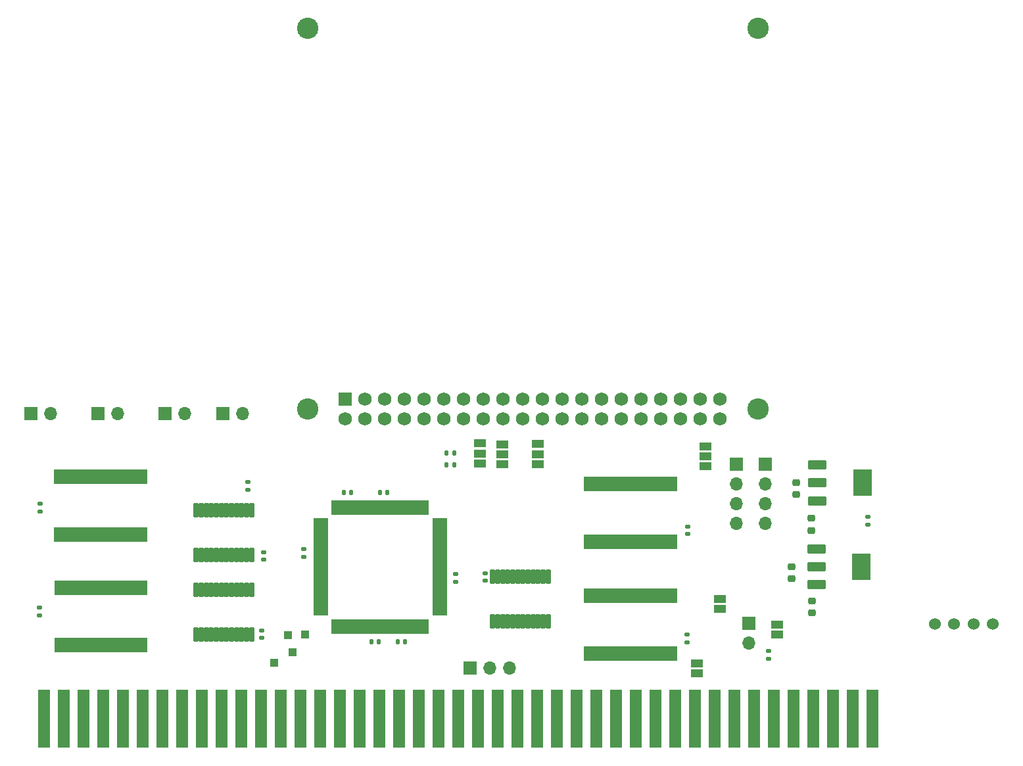
<source format=gbr>
%TF.GenerationSoftware,KiCad,Pcbnew,8.0.1*%
%TF.CreationDate,2024-05-25T23:06:58+03:00*%
%TF.ProjectId,PiStorm2k_v2.1,50695374-6f72-46d3-926b-5f76322e312e,rev?*%
%TF.SameCoordinates,Original*%
%TF.FileFunction,Soldermask,Top*%
%TF.FilePolarity,Negative*%
%FSLAX46Y46*%
G04 Gerber Fmt 4.6, Leading zero omitted, Abs format (unit mm)*
G04 Created by KiCad (PCBNEW 8.0.1) date 2024-05-25 23:06:58*
%MOMM*%
%LPD*%
G01*
G04 APERTURE LIST*
G04 Aperture macros list*
%AMRoundRect*
0 Rectangle with rounded corners*
0 $1 Rounding radius*
0 $2 $3 $4 $5 $6 $7 $8 $9 X,Y pos of 4 corners*
0 Add a 4 corners polygon primitive as box body*
4,1,4,$2,$3,$4,$5,$6,$7,$8,$9,$2,$3,0*
0 Add four circle primitives for the rounded corners*
1,1,$1+$1,$2,$3*
1,1,$1+$1,$4,$5*
1,1,$1+$1,$6,$7*
1,1,$1+$1,$8,$9*
0 Add four rect primitives between the rounded corners*
20,1,$1+$1,$2,$3,$4,$5,0*
20,1,$1+$1,$4,$5,$6,$7,0*
20,1,$1+$1,$6,$7,$8,$9,0*
20,1,$1+$1,$8,$9,$2,$3,0*%
G04 Aperture macros list end*
%ADD10R,1.500000X1.000000*%
%ADD11RoundRect,0.135000X-0.135000X-0.185000X0.135000X-0.185000X0.135000X0.185000X-0.135000X0.185000X0*%
%ADD12RoundRect,0.140000X0.170000X-0.140000X0.170000X0.140000X-0.170000X0.140000X-0.170000X-0.140000X0*%
%ADD13RoundRect,0.140000X-0.140000X-0.170000X0.140000X-0.170000X0.140000X0.170000X-0.140000X0.170000X0*%
%ADD14R,1.700000X1.700000*%
%ADD15O,1.700000X1.700000*%
%ADD16R,1.000000X1.000000*%
%ADD17RoundRect,0.140000X-0.170000X0.140000X-0.170000X-0.140000X0.170000X-0.140000X0.170000X0.140000X0*%
%ADD18RoundRect,0.019360X0.222640X-0.867640X0.222640X0.867640X-0.222640X0.867640X-0.222640X-0.867640X0*%
%ADD19RoundRect,0.140000X0.140000X0.170000X-0.140000X0.170000X-0.140000X-0.170000X0.140000X-0.170000X0*%
%ADD20R,1.600000X7.540000*%
%ADD21R,1.600000X7.539998*%
%ADD22R,1.599998X7.539998*%
%ADD23RoundRect,0.030700X0.276300X-0.856300X0.276300X0.856300X-0.276300X0.856300X-0.276300X-0.856300X0*%
%ADD24RoundRect,0.102000X-1.075000X0.475000X-1.075000X-0.475000X1.075000X-0.475000X1.075000X0.475000X0*%
%ADD25RoundRect,0.102000X-1.075000X1.625000X-1.075000X-1.625000X1.075000X-1.625000X1.075000X1.625000X0*%
%ADD26RoundRect,0.019360X0.862640X0.222640X-0.862640X0.222640X-0.862640X-0.222640X0.862640X-0.222640X0*%
%ADD27RoundRect,0.019360X-0.222640X0.862640X-0.222640X-0.862640X0.222640X-0.862640X0.222640X0.862640X0*%
%ADD28RoundRect,0.135000X-0.185000X0.135000X-0.185000X-0.135000X0.185000X-0.135000X0.185000X0.135000X0*%
%ADD29C,1.524000*%
%ADD30RoundRect,0.135000X0.185000X-0.135000X0.185000X0.135000X-0.185000X0.135000X-0.185000X-0.135000X0*%
%ADD31RoundRect,0.225000X0.250000X-0.225000X0.250000X0.225000X-0.250000X0.225000X-0.250000X-0.225000X0*%
%ADD32RoundRect,0.225000X-0.250000X0.225000X-0.250000X-0.225000X0.250000X-0.225000X0.250000X0.225000X0*%
%ADD33RoundRect,0.030700X-0.276300X0.856300X-0.276300X-0.856300X0.276300X-0.856300X0.276300X0.856300X0*%
%ADD34C,2.750000*%
%ADD35R,1.750000X1.750000*%
%ADD36C,1.750000*%
G04 APERTURE END LIST*
D10*
%TO.C,TCK*%
X168940000Y-98940000D03*
X168940000Y-100240000D03*
X168940000Y-101540000D03*
%TD*%
D11*
%TO.C,R1*%
X135616300Y-99797540D03*
X136636300Y-99797540D03*
%TD*%
D12*
%TO.C,C13*%
X140568290Y-116242040D03*
X140568290Y-115282040D03*
%TD*%
D13*
%TO.C,C8*%
X129310000Y-124130000D03*
X130270000Y-124130000D03*
%TD*%
D14*
%TO.C,IPL2-0*%
X138620000Y-127520000D03*
D15*
X141160000Y-127520000D03*
X143700000Y-127520000D03*
%TD*%
D10*
%TO.C,TDI*%
X139892500Y-98590000D03*
X139892500Y-99890000D03*
X139892500Y-101190000D03*
%TD*%
D16*
%TO.C,P83*%
X113380000Y-126860000D03*
%TD*%
D13*
%TO.C,C10*%
X127008290Y-104922040D03*
X127968290Y-104922040D03*
%TD*%
D12*
%TO.C,C9*%
X136778290Y-116392040D03*
X136778290Y-115432040D03*
%TD*%
D16*
%TO.C,P82*%
X115810000Y-125450000D03*
%TD*%
D14*
%TO.C,PWR*%
X176630000Y-101290000D03*
D15*
X176630000Y-103830000D03*
X176630000Y-106370000D03*
X176630000Y-108910000D03*
%TD*%
D12*
%TO.C,C4*%
X111820520Y-123616610D03*
X111820520Y-122656610D03*
%TD*%
D17*
%TO.C,C15*%
X166658290Y-109282040D03*
X166658290Y-110242040D03*
%TD*%
D18*
%TO.C,U5*%
X153558290Y-111262040D03*
X154058290Y-111262040D03*
X154558290Y-111262040D03*
X155058290Y-111262040D03*
X155558290Y-111262040D03*
X156058290Y-111262040D03*
X156558290Y-111262040D03*
X157058290Y-111262040D03*
X157558290Y-111262040D03*
X158058290Y-111262040D03*
X158558290Y-111262040D03*
X159058290Y-111262040D03*
X159558290Y-111262040D03*
X160058290Y-111262040D03*
X160558290Y-111262040D03*
X161058290Y-111262040D03*
X161558290Y-111262040D03*
X162058290Y-111262040D03*
X162558290Y-111262040D03*
X163058290Y-111262040D03*
X163558290Y-111262040D03*
X164058290Y-111262040D03*
X164558290Y-111262040D03*
X165058290Y-111262040D03*
X165058290Y-103822040D03*
X164558290Y-103822040D03*
X164058290Y-103822040D03*
X163558290Y-103822040D03*
X163058290Y-103822040D03*
X162558290Y-103822040D03*
X162058290Y-103822040D03*
X161558290Y-103822040D03*
X161058290Y-103822040D03*
X160558290Y-103822040D03*
X160058290Y-103822040D03*
X159558290Y-103822040D03*
X159058290Y-103822040D03*
X158558290Y-103822040D03*
X158058290Y-103822040D03*
X157558290Y-103822040D03*
X157058290Y-103822040D03*
X156558290Y-103822040D03*
X156058290Y-103822040D03*
X155558290Y-103822040D03*
X155058290Y-103822040D03*
X154558290Y-103822040D03*
X154058290Y-103822040D03*
X153558290Y-103822040D03*
%TD*%
D19*
%TO.C,C11*%
X123328290Y-104892040D03*
X122368290Y-104892040D03*
%TD*%
D10*
%TO.C,TDO*%
X147360000Y-98670000D03*
X147360000Y-99970000D03*
X147360000Y-101270000D03*
%TD*%
D16*
%TO.C,P81*%
X117380000Y-123220000D03*
%TD*%
D10*
%TO.C,BOSS*%
X178210000Y-123190000D03*
X178210000Y-121890000D03*
%TD*%
D14*
%TO.C,JTAG*%
X172930000Y-101310000D03*
D15*
X172930000Y-103850000D03*
X172930000Y-106390000D03*
X172930000Y-108930000D03*
%TD*%
D17*
%TO.C,C3*%
X112064660Y-112595010D03*
X112064660Y-113555010D03*
%TD*%
D12*
%TO.C,C2*%
X83188290Y-120722040D03*
X83188290Y-119762040D03*
%TD*%
D17*
%TO.C,C14*%
X166598290Y-123222040D03*
X166598290Y-124182040D03*
%TD*%
D14*
%TO.C,H2*%
X90750000Y-94730000D03*
D15*
X93290000Y-94730000D03*
%TD*%
D14*
%TO.C,H4*%
X106800000Y-94720000D03*
D15*
X109340000Y-94720000D03*
%TD*%
D20*
%TO.C,Zorro II / A(B) Co-Processor*%
X190500000Y-134010001D03*
X187960000Y-134010001D03*
X185420000Y-134010001D03*
X182880000Y-134010001D03*
X180340000Y-134010001D03*
X177800000Y-134010001D03*
X175260000Y-134010001D03*
X172720000Y-134010001D03*
X170180000Y-134010001D03*
D21*
X167640000Y-134010000D03*
D20*
X165100000Y-134010001D03*
D21*
X162560000Y-134010000D03*
D20*
X160020000Y-134010001D03*
X157480000Y-134010001D03*
X154940000Y-134010001D03*
X152400000Y-134010001D03*
D21*
X149860000Y-134010000D03*
D20*
X147320000Y-134010001D03*
X144780000Y-134010001D03*
D21*
X142240000Y-134010000D03*
X139700000Y-134010000D03*
D20*
X137160000Y-134010001D03*
X134620000Y-134010001D03*
D21*
X132080000Y-134010000D03*
D20*
X129540000Y-134010001D03*
X127000000Y-134010001D03*
D22*
X124460001Y-134010000D03*
X121920001Y-134010000D03*
D20*
X119380000Y-134010001D03*
X116840000Y-134010001D03*
X114300000Y-134010001D03*
D22*
X111760001Y-134010000D03*
D20*
X109220000Y-134010001D03*
X106680000Y-134010001D03*
X104140000Y-134010001D03*
X101600000Y-134010001D03*
X99060000Y-134010001D03*
X96520000Y-134010001D03*
X93980000Y-134010001D03*
X91440000Y-134010001D03*
D22*
X88900001Y-134010000D03*
D20*
X86360000Y-134010001D03*
X83820000Y-134010001D03*
%TD*%
D23*
%TO.C,U6*%
X141558290Y-121472040D03*
X142208290Y-121472040D03*
X142858290Y-121472040D03*
X143508290Y-121472040D03*
X144158290Y-121472040D03*
X144808290Y-121472040D03*
X145458290Y-121472040D03*
X146108290Y-121472040D03*
X146758290Y-121472040D03*
X147408290Y-121472040D03*
X148058290Y-121472040D03*
X148708290Y-121472040D03*
X148708290Y-115732040D03*
X148058290Y-115732040D03*
X147408290Y-115732040D03*
X146758290Y-115732040D03*
X146108290Y-115732040D03*
X145458290Y-115732040D03*
X144808290Y-115732040D03*
X144158290Y-115732040D03*
X143508290Y-115732040D03*
X142858290Y-115732040D03*
X142208290Y-115732040D03*
X141558290Y-115732040D03*
%TD*%
D24*
%TO.C,U11*%
X183378290Y-101372040D03*
X183378290Y-103672040D03*
X183378290Y-105972040D03*
D25*
X189178290Y-103672040D03*
%TD*%
D14*
%TO.C,H3*%
X99400000Y-94730000D03*
D15*
X101940000Y-94730000D03*
%TD*%
D11*
%TO.C,R2*%
X135626300Y-101387540D03*
X136646300Y-101387540D03*
%TD*%
D26*
%TO.C,U7*%
X134758290Y-120502040D03*
X134758290Y-120002040D03*
X134758290Y-119502040D03*
X134758290Y-119002040D03*
X134758290Y-118502040D03*
X134758290Y-118002040D03*
X134758290Y-117502040D03*
X134758290Y-117002040D03*
X134758290Y-116502040D03*
X134758290Y-116002040D03*
X134758290Y-115502040D03*
X134758290Y-115002040D03*
X134758290Y-114502040D03*
X134758290Y-114002040D03*
X134758290Y-113502040D03*
X134758290Y-113002040D03*
X134758290Y-112502040D03*
X134758290Y-112002040D03*
X134758290Y-111502040D03*
X134758290Y-111002040D03*
X134758290Y-110502040D03*
X134758290Y-110002040D03*
X134758290Y-109502040D03*
X134758290Y-109002040D03*
X134758290Y-108502040D03*
D27*
X133078290Y-106822040D03*
X132578290Y-106822040D03*
X132078290Y-106822040D03*
X131578290Y-106822040D03*
X131078290Y-106822040D03*
X130578290Y-106822040D03*
X130078290Y-106822040D03*
X129578290Y-106822040D03*
X129078290Y-106822040D03*
X128578290Y-106822040D03*
X128078290Y-106822040D03*
X127578290Y-106822040D03*
X127078290Y-106822040D03*
X126578290Y-106822040D03*
X126078290Y-106822040D03*
X125578290Y-106822040D03*
X125078290Y-106822040D03*
X124578290Y-106822040D03*
X124078290Y-106822040D03*
X123578290Y-106822040D03*
X123078290Y-106822040D03*
X122578290Y-106822040D03*
X122078290Y-106822040D03*
X121578290Y-106822040D03*
X121078290Y-106822040D03*
D26*
X119398290Y-108502040D03*
X119398290Y-109002040D03*
X119398290Y-109502040D03*
X119398290Y-110002040D03*
X119398290Y-110502040D03*
X119398290Y-111002040D03*
X119398290Y-111502040D03*
X119398290Y-112002040D03*
X119398290Y-112502040D03*
X119398290Y-113002040D03*
X119398290Y-113502040D03*
X119398290Y-114002040D03*
X119398290Y-114502040D03*
X119398290Y-115002040D03*
X119398290Y-115502040D03*
X119398290Y-116002040D03*
X119398290Y-116502040D03*
X119398290Y-117002040D03*
X119398290Y-117502040D03*
X119398290Y-118002040D03*
X119398290Y-118502040D03*
X119398290Y-119002040D03*
X119398290Y-119502040D03*
X119398290Y-120002040D03*
X119398290Y-120502040D03*
D27*
X121078290Y-122182040D03*
X121578290Y-122182040D03*
X122078290Y-122182040D03*
X122578290Y-122182040D03*
X123078290Y-122182040D03*
X123578290Y-122182040D03*
X124078290Y-122182040D03*
X124578290Y-122182040D03*
X125078290Y-122182040D03*
X125578290Y-122182040D03*
X126078290Y-122182040D03*
X126578290Y-122182040D03*
X127078290Y-122182040D03*
X127578290Y-122182040D03*
X128078290Y-122182040D03*
X128578290Y-122182040D03*
X129078290Y-122182040D03*
X129578290Y-122182040D03*
X130078290Y-122182040D03*
X130578290Y-122182040D03*
X131078290Y-122182040D03*
X131578290Y-122182040D03*
X132078290Y-122182040D03*
X132578290Y-122182040D03*
X133078290Y-122182040D03*
%TD*%
D28*
%TO.C,R4*%
X177070000Y-125340000D03*
X177070000Y-126360000D03*
%TD*%
D12*
%TO.C,C1*%
X83248290Y-107332040D03*
X83248290Y-106372040D03*
%TD*%
D18*
%TO.C,U1*%
X85338290Y-110322040D03*
X85838290Y-110322040D03*
X86338290Y-110322040D03*
X86838290Y-110322040D03*
X87338290Y-110322040D03*
X87838290Y-110322040D03*
X88338290Y-110322040D03*
X88838290Y-110322040D03*
X89338290Y-110322040D03*
X89838290Y-110322040D03*
X90338290Y-110322040D03*
X90838290Y-110322040D03*
X91338290Y-110322040D03*
X91838290Y-110322040D03*
X92338290Y-110322040D03*
X92838290Y-110322040D03*
X93338290Y-110322040D03*
X93838290Y-110322040D03*
X94338290Y-110322040D03*
X94838290Y-110322040D03*
X95338290Y-110322040D03*
X95838290Y-110322040D03*
X96338290Y-110322040D03*
X96838290Y-110322040D03*
X96838290Y-102882040D03*
X96338290Y-102882040D03*
X95838290Y-102882040D03*
X95338290Y-102882040D03*
X94838290Y-102882040D03*
X94338290Y-102882040D03*
X93838290Y-102882040D03*
X93338290Y-102882040D03*
X92838290Y-102882040D03*
X92338290Y-102882040D03*
X91838290Y-102882040D03*
X91338290Y-102882040D03*
X90838290Y-102882040D03*
X90338290Y-102882040D03*
X89838290Y-102882040D03*
X89338290Y-102882040D03*
X88838290Y-102882040D03*
X88338290Y-102882040D03*
X87838290Y-102882040D03*
X87338290Y-102882040D03*
X86838290Y-102882040D03*
X86338290Y-102882040D03*
X85838290Y-102882040D03*
X85338290Y-102882040D03*
%TD*%
D29*
%TO.C,J1*%
X205968290Y-121812040D03*
X203468290Y-121812040D03*
X200968290Y-121812040D03*
X198468290Y-121812040D03*
%TD*%
D30*
%TO.C,R5*%
X189908290Y-109062040D03*
X189908290Y-108042040D03*
%TD*%
D31*
%TO.C,C19*%
X180608290Y-105177040D03*
X180608290Y-103627040D03*
%TD*%
D30*
%TO.C,R3*%
X110038290Y-104542040D03*
X110038290Y-103522040D03*
%TD*%
D14*
%TO.C,BJ*%
X174590000Y-121770000D03*
D15*
X174590000Y-124310000D03*
%TD*%
D24*
%TO.C,U10*%
X183263290Y-112182040D03*
X183263290Y-114482040D03*
X183263290Y-116782040D03*
D25*
X189063290Y-114482040D03*
%TD*%
D10*
%TO.C,TMS*%
X142780000Y-98700000D03*
X142780000Y-100000000D03*
X142780000Y-101300000D03*
%TD*%
D18*
%TO.C,U8*%
X153538290Y-125652040D03*
X154038290Y-125652040D03*
X154538290Y-125652040D03*
X155038290Y-125652040D03*
X155538290Y-125652040D03*
X156038290Y-125652040D03*
X156538290Y-125652040D03*
X157038290Y-125652040D03*
X157538290Y-125652040D03*
X158038290Y-125652040D03*
X158538290Y-125652040D03*
X159038290Y-125652040D03*
X159538290Y-125652040D03*
X160038290Y-125652040D03*
X160538290Y-125652040D03*
X161038290Y-125652040D03*
X161538290Y-125652040D03*
X162038290Y-125652040D03*
X162538290Y-125652040D03*
X163038290Y-125652040D03*
X163538290Y-125652040D03*
X164038290Y-125652040D03*
X164538290Y-125652040D03*
X165038290Y-125652040D03*
X165038290Y-118212040D03*
X164538290Y-118212040D03*
X164038290Y-118212040D03*
X163538290Y-118212040D03*
X163038290Y-118212040D03*
X162538290Y-118212040D03*
X162038290Y-118212040D03*
X161538290Y-118212040D03*
X161038290Y-118212040D03*
X160538290Y-118212040D03*
X160038290Y-118212040D03*
X159538290Y-118212040D03*
X159038290Y-118212040D03*
X158538290Y-118212040D03*
X158038290Y-118212040D03*
X157538290Y-118212040D03*
X157038290Y-118212040D03*
X156538290Y-118212040D03*
X156038290Y-118212040D03*
X155538290Y-118212040D03*
X155038290Y-118212040D03*
X154538290Y-118212040D03*
X154038290Y-118212040D03*
X153538290Y-118212040D03*
%TD*%
D16*
%TO.C,P78*%
X115230000Y-123240000D03*
%TD*%
D31*
%TO.C,C18*%
X182568290Y-109797040D03*
X182568290Y-108247040D03*
%TD*%
D32*
%TO.C,C16*%
X182648290Y-118867040D03*
X182648290Y-120417040D03*
%TD*%
D18*
%TO.C,U2*%
X85358290Y-124592040D03*
X85858290Y-124592040D03*
X86358290Y-124592040D03*
X86858290Y-124592040D03*
X87358290Y-124592040D03*
X87858290Y-124592040D03*
X88358290Y-124592040D03*
X88858290Y-124592040D03*
X89358290Y-124592040D03*
X89858290Y-124592040D03*
X90358290Y-124592040D03*
X90858290Y-124592040D03*
X91358290Y-124592040D03*
X91858290Y-124592040D03*
X92358290Y-124592040D03*
X92858290Y-124592040D03*
X93358290Y-124592040D03*
X93858290Y-124592040D03*
X94358290Y-124592040D03*
X94858290Y-124592040D03*
X95358290Y-124592040D03*
X95858290Y-124592040D03*
X96358290Y-124592040D03*
X96858290Y-124592040D03*
X96858290Y-117152040D03*
X96358290Y-117152040D03*
X95858290Y-117152040D03*
X95358290Y-117152040D03*
X94858290Y-117152040D03*
X94358290Y-117152040D03*
X93858290Y-117152040D03*
X93358290Y-117152040D03*
X92858290Y-117152040D03*
X92358290Y-117152040D03*
X91858290Y-117152040D03*
X91358290Y-117152040D03*
X90858290Y-117152040D03*
X90358290Y-117152040D03*
X89858290Y-117152040D03*
X89358290Y-117152040D03*
X88858290Y-117152040D03*
X88358290Y-117152040D03*
X87858290Y-117152040D03*
X87358290Y-117152040D03*
X86858290Y-117152040D03*
X86358290Y-117152040D03*
X85858290Y-117152040D03*
X85358290Y-117152040D03*
%TD*%
D33*
%TO.C,U4*%
X110508290Y-117452040D03*
X109858290Y-117452040D03*
X109208290Y-117452040D03*
X108558290Y-117452040D03*
X107908290Y-117452040D03*
X107258290Y-117452040D03*
X106608290Y-117452040D03*
X105958290Y-117452040D03*
X105308290Y-117452040D03*
X104658290Y-117452040D03*
X104008290Y-117452040D03*
X103358290Y-117452040D03*
X103358290Y-123192040D03*
X104008290Y-123192040D03*
X104658290Y-123192040D03*
X105308290Y-123192040D03*
X105958290Y-123192040D03*
X106608290Y-123192040D03*
X107258290Y-123192040D03*
X107908290Y-123192040D03*
X108558290Y-123192040D03*
X109208290Y-123192040D03*
X109858290Y-123192040D03*
X110508290Y-123192040D03*
%TD*%
D10*
%TO.C,D-BOSS*%
X167850000Y-128230000D03*
X167850000Y-126930000D03*
%TD*%
D17*
%TO.C,C12*%
X117218290Y-112212040D03*
X117218290Y-113172040D03*
%TD*%
D19*
%TO.C,C7*%
X126888290Y-124132040D03*
X125928290Y-124132040D03*
%TD*%
D31*
%TO.C,C17*%
X180058290Y-115997040D03*
X180058290Y-114447040D03*
%TD*%
D10*
%TO.C,7MHz*%
X170800000Y-119890000D03*
X170800000Y-118590000D03*
%TD*%
D14*
%TO.C,H1*%
X82100000Y-94730000D03*
D15*
X84640000Y-94730000D03*
%TD*%
D33*
%TO.C,U3*%
X110518290Y-107192040D03*
X109868290Y-107192040D03*
X109218290Y-107192040D03*
X108568290Y-107192040D03*
X107918290Y-107192040D03*
X107268290Y-107192040D03*
X106618290Y-107192040D03*
X105968290Y-107192040D03*
X105318290Y-107192040D03*
X104668290Y-107192040D03*
X104018290Y-107192040D03*
X103368290Y-107192040D03*
X103368290Y-112932040D03*
X104018290Y-112932040D03*
X104668290Y-112932040D03*
X105318290Y-112932040D03*
X105968290Y-112932040D03*
X106618290Y-112932040D03*
X107268290Y-112932040D03*
X107918290Y-112932040D03*
X108568290Y-112932040D03*
X109218290Y-112932040D03*
X109868290Y-112932040D03*
X110518290Y-112932040D03*
%TD*%
D34*
%TO.C,RPi*%
X117728290Y-45172040D03*
X117728290Y-94172040D03*
X175728290Y-45172040D03*
X175728290Y-94172040D03*
D35*
X122598290Y-92902040D03*
D36*
X122598290Y-95442040D03*
X125138290Y-92902040D03*
X125138290Y-95442040D03*
X127678290Y-92902040D03*
X127678290Y-95442040D03*
X130218290Y-92902040D03*
X130218290Y-95442040D03*
X132758290Y-92902040D03*
X132758290Y-95442040D03*
X135298290Y-92902040D03*
X135298290Y-95442040D03*
X137838290Y-92902040D03*
X137838290Y-95442040D03*
X140378290Y-92902040D03*
X140378290Y-95442040D03*
X142918290Y-92902040D03*
X142918290Y-95442040D03*
X145458290Y-92902040D03*
X145458290Y-95442040D03*
X147998290Y-92902040D03*
X147998290Y-95442040D03*
X150538290Y-92902040D03*
X150538290Y-95442040D03*
X153078290Y-92902040D03*
X153078290Y-95442040D03*
X155618290Y-92902040D03*
X155618290Y-95442040D03*
X158158290Y-92902040D03*
X158158290Y-95442040D03*
X160698290Y-92902040D03*
X160698290Y-95442040D03*
X163238290Y-92902040D03*
X163238290Y-95442040D03*
X165778290Y-92902040D03*
X165778290Y-95442040D03*
X168318290Y-92902040D03*
X168318290Y-95442040D03*
X170858290Y-92902040D03*
X170858290Y-95442040D03*
%TD*%
M02*

</source>
